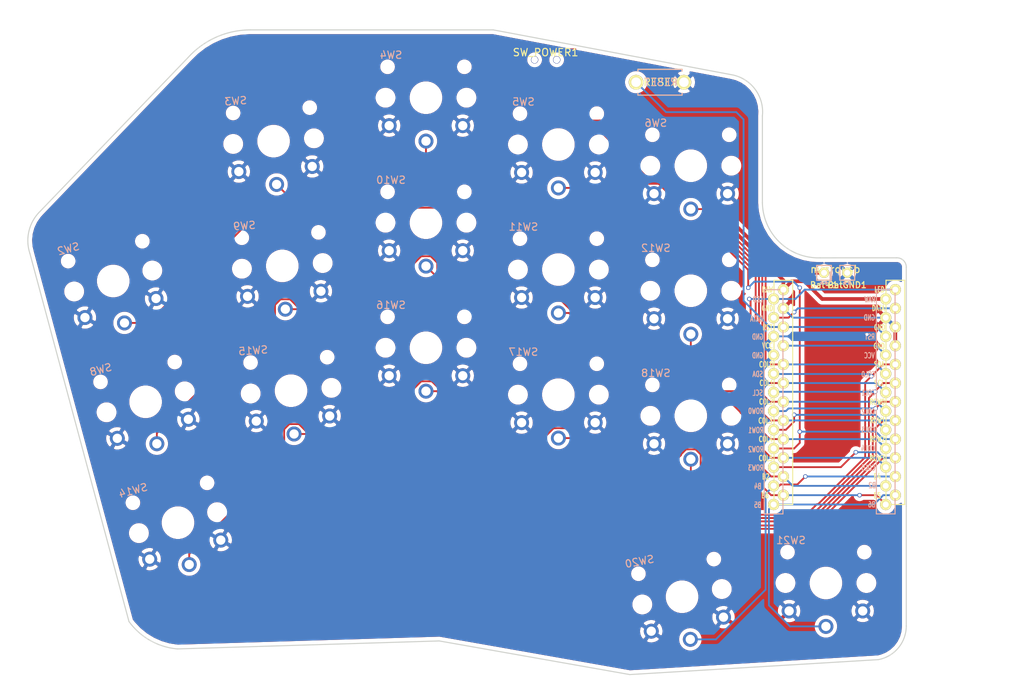
<source format=kicad_pcb>
(kicad_pcb (version 20171130) (host pcbnew 5.1.9)
  (title_block (title hypergolic) (date 2020-12-26) (rev 0.1) (company broomlabs))
  (layers (0 F.Cu signal) (31 B.Cu signal) (34 B.Paste user hide) (35 F.Paste user) (36 B.SilkS user hide) (37 F.SilkS user) (38 B.Mask user) (39 F.Mask user) (44 Edge.Cuts user))
  (net 0 "")
  (net 1 reset)
  (net 2 BT+)
  (net 3 gnd)
  (net 4 vcc)
  (net 5 Switch18)
  (net 6 Switch1)
  (net 7 Switch2)
  (net 8 Switch3)
  (net 9 Switch4)
  (net 10 Switch5)
  (net 11 Switch6)
  (net 12 Switch7)
  (net 13 Switch8)
  (net 14 Switch9)
  (net 15 Switch10)
  (net 16 Switch11)
  (net 17 Switch12)
  (net 18 Switch13)
  (net 19 Switch14)
  (net 20 Switch15)
  (net 21 Switch16)
  (net 22 Switch17)
  (net 23 "Net-(SW_POWER1-Pad1)")
  (net 24 raw)
  (module Kailh:SW_PG1350_rev_DPB (layer F.Cu) (at 116 48.92)
    (fp_text reference SW12 hide)
    (fp_text value SW_Push hide)
    (fp_text user %R (at -4.76 -5.8) (layer B.SilkS) (effects (justify mirror)))
    (pad "" np_thru_hole circle (at -5.5 0) (size 1.7018 1.7018) (drill 1.7018) (layers *.Cu *.Mask))
    (pad "" np_thru_hole circle (at 5.5 0) (size 1.7018 1.7018) (drill 1.7018) (layers *.Cu *.Mask))
    (pad "" np_thru_hole circle (at 5.22 -4.2) (size 0.9906 0.9906) (drill 0.9906) (layers *.Cu *.Mask))
    (pad 1 thru_hole circle (at 0 5.9) (size 2.032 2.032) (drill 1.27) (layers *.Cu *.Mask) (net 15 Switch10))
    (pad 2 thru_hole circle (at -5 3.8) (size 2.032 2.032) (drill 1.27) (layers *.Cu *.Mask) (net 3 gnd))
    (pad "" np_thru_hole circle (at 0 0) (size 3.429 3.429) (drill 3.429) (layers *.Cu *.Mask))
    (pad 2 thru_hole circle (at 5 3.8) (size 2.032 2.032) (drill 1.27) (layers *.Cu *.Mask) (net 3 gnd))
    (pad "" np_thru_hole circle (at -5.22 -4.2) (size 0.9906 0.9906) (drill 0.9906) (layers *.Cu *.Mask))
  )
  (module kbd:ProMicro_v2 (layer F.Cu) (at 136.144 63.246)
    (fp_text reference U1 hide)
    (fp_text value ProMicro-kbd hide)
    (fp_text user microusb (at -0.5 -17.25) (layer F.SilkS))
    (fp_text user | (at -1.2065 -16.256) (layer B.SilkS) (effects (justify mirror)))
    (fp_text user RAW (at -9.7155 -14.478) (layer F.SilkS) (effects (font (size 0.75 0.5) (thickness 0.125))))
    (fp_text user LED (at 5.5 -14.478) (layer F.SilkS) (effects (font (size 0.75 0.5) (thickness 0.125))))
    (fp_text user GND (at -9.7155 -11.938) (layer F.SilkS) (effects (font (size 0.75 0.5) (thickness 0.125))))
    (fp_text user DATA (at 5.35 -11.95) (layer F.SilkS) (effects (font (size 0.75 0.5) (thickness 0.125))))
    (fp_text user RST (at -9.7155 -9.3345) (layer F.SilkS) (effects (font (size 0.75 0.5) (thickness 0.125))))
    (fp_text user GND (at 5.5245 -9.3345) (layer F.SilkS) (effects (font (size 0.75 0.5) (thickness 0.125))))
    (fp_text user VCC (at -9.7155 -6.858) (layer F.SilkS) (effects (font (size 0.75 0.5) (thickness 0.125))))
    (fp_text user GND (at 5.461 -6.7945) (layer F.SilkS) (effects (font (size 0.75 0.5) (thickness 0.125))))
    (fp_text user COL3 (at -10 3.35) (layer F.SilkS) (effects (font (size 0.75 0.5) (thickness 0.125))))
    (fp_text user ROW0 (at 5.2 0.8) (layer F.SilkS) (effects (font (size 0.75 0.5) (thickness 0.125))))
    (fp_text user COL2 (at -9.9 0.762) (layer F.SilkS) (effects (font (size 0.75 0.5) (thickness 0.125))))
    (fp_text user SCL (at 5.461 -1.778) (layer F.SilkS) (effects (font (size 0.75 0.5) (thickness 0.125))))
    (fp_text user COL1 (at -9.85 -1.778) (layer F.SilkS) (effects (font (size 0.75 0.5) (thickness 0.125))))
    (fp_text user SDA (at 5.461 -4.318) (layer F.SilkS) (effects (font (size 0.75 0.5) (thickness 0.125))))
    (fp_text user COL0 (at -9.9 -4.3) (layer F.SilkS) (effects (font (size 0.75 0.5) (thickness 0.125))))
    (fp_text user B6 (at -10.05 13.5) (layer F.SilkS) (effects (font (size 0.75 0.5) (thickness 0.125))))
    (fp_text user B5 (at 5.2 13.5255) (layer F.SilkS) (effects (font (size 0.75 0.5) (thickness 0.125))))
    (fp_text user B4 (at 5.2 10.922) (layer F.SilkS) (effects (font (size 0.75 0.5) (thickness 0.125))))
    (fp_text user B2 (at -9.95 10.95) (layer F.SilkS) (effects (font (size 0.75 0.5) (thickness 0.125))))
    (fp_text user ROW3 (at 5.2 8.4455) (layer F.SilkS) (effects (font (size 0.75 0.5) (thickness 0.125))))
    (fp_text user COL5 (at -9.95 8.4455) (layer F.SilkS) (effects (font (size 0.75 0.5) (thickness 0.125))))
    (fp_text user ROW2 (at 5.2 5.85) (layer F.SilkS) (effects (font (size 0.75 0.5) (thickness 0.125))))
    (fp_text user COL4 (at -9.95 5.85) (layer F.SilkS) (effects (font (size 0.75 0.5) (thickness 0.125))))
    (fp_text user ROW1 (at 5.25 3.302) (layer F.SilkS) (effects (font (size 0.75 0.5) (thickness 0.125))))
    (fp_text user ROW1 (at -11.3 4.6355) (layer B.SilkS) (effects (font (size 0.75 0.5) (thickness 0.125)) (justify mirror)))
    (fp_text user COL4 (at 3.95 7.112) (layer B.SilkS) (effects (font (size 0.75 0.5) (thickness 0.125)) (justify mirror)))
    (fp_text user ROW2 (at -11.3 7.239) (layer B.SilkS) (effects (font (size 0.75 0.5) (thickness 0.125)) (justify mirror)))
    (fp_text user COL5 (at 4 9.75) (layer B.SilkS) (effects (font (size 0.75 0.5) (thickness 0.125)) (justify mirror)))
    (fp_text user ROW3 (at -11.3 9.75) (layer B.SilkS) (effects (font (size 0.75 0.5) (thickness 0.125)) (justify mirror)))
    (fp_text user B2 (at 4.5085 12.1285) (layer B.SilkS) (effects (font (size 0.75 0.5) (thickness 0.125)) (justify mirror)))
    (fp_text user B4 (at -11.049 12.2555) (layer B.SilkS) (effects (font (size 0.75 0.5) (thickness 0.125)) (justify mirror)))
    (fp_text user B5 (at -11.049 14.7955) (layer B.SilkS) (effects (font (size 0.75 0.5) (thickness 0.125)) (justify mirror)))
    (fp_text user B6 (at 4.445 14.732) (layer B.SilkS) (effects (font (size 0.75 0.5) (thickness 0.125)) (justify mirror)))
    (fp_text user COL0 (at 4 -2.95) (layer B.SilkS) (effects (font (size 0.75 0.5) (thickness 0.125)) (justify mirror)))
    (fp_text user SDA (at -11.049 -2.9845) (layer B.SilkS) (effects (font (size 0.75 0.5) (thickness 0.125)) (justify mirror)))
    (fp_text user COL1 (at 4 -0.4445) (layer B.SilkS) (effects (font (size 0.75 0.5) (thickness 0.125)) (justify mirror)))
    (fp_text user SCL (at -11.049 -0.4445) (layer B.SilkS) (effects (font (size 0.75 0.5) (thickness 0.125)) (justify mirror)))
    (fp_text user COL2 (at 4 2.1) (layer B.SilkS) (effects (font (size 0.75 0.5) (thickness 0.125)) (justify mirror)))
    (fp_text user ROW0 (at -11.3 2.032) (layer B.SilkS) (effects (font (size 0.75 0.5) (thickness 0.125)) (justify mirror)))
    (fp_text user COL3 (at 4 4.6) (layer B.SilkS) (effects (font (size 0.75 0.5) (thickness 0.125)) (justify mirror)))
    (fp_text user GND (at -11.049 -5.5245) (layer B.SilkS) (effects (font (size 0.75 0.5) (thickness 0.125)) (justify mirror)))
    (fp_text user VCC (at 4.1275 -5.5245) (layer B.SilkS) (effects (font (size 0.75 0.5) (thickness 0.125)) (justify mirror)))
    (fp_text user GND (at -11.049 -8.0645) (layer B.SilkS) (effects (font (size 0.75 0.5) (thickness 0.125)) (justify mirror)))
    (fp_text user RST (at 4.191 -8.0645) (layer B.SilkS) (effects (font (size 0.75 0.5) (thickness 0.125)) (justify mirror)))
    (fp_text user DATA (at -11.2 -10.5) (layer B.SilkS) (effects (font (size 0.75 0.5) (thickness 0.125)) (justify mirror)))
    (fp_text user GND (at 4.1275 -10.668) (layer B.SilkS) (effects (font (size 0.75 0.5) (thickness 0.125)) (justify mirror)))
    (fp_text user LED (at -11.049 -13.1445) (layer B.SilkS) (effects (font (size 0.75 0.5) (thickness 0.125)) (justify mirror)))
    (fp_text user RAW (at 4.191 -13.1445) (layer B.SilkS) (effects (font (size 0.75 0.5) (thickness 0.125)) (justify mirror)))
    (pad 24 thru_hole circle (at 6.35 -13.208) (size 1.524 1.524) (drill 0.8128) (layers *.Cu *.Mask F.SilkS) (net 24 raw))
    (pad 23 thru_hole circle (at 6.35 -10.668) (size 1.524 1.524) (drill 0.8128) (layers *.Cu *.Mask F.SilkS) (net 3 gnd))
    (pad 22 thru_hole circle (at 6.35 -8.128) (size 1.524 1.524) (drill 0.8128) (layers *.Cu *.Mask F.SilkS) (net 1 reset))
    (pad 21 thru_hole circle (at 6.35 -5.588) (size 1.524 1.524) (drill 0.8128) (layers *.Cu *.Mask F.SilkS) (net 4 vcc))
    (pad 20 thru_hole circle (at 6.35 -3.048) (size 1.524 1.524) (drill 0.8128) (layers *.Cu *.Mask F.SilkS) (net 10 Switch5))
    (pad 19 thru_hole circle (at 6.35 -0.508) (size 1.524 1.524) (drill 0.8128) (layers *.Cu *.Mask F.SilkS) (net 9 Switch4))
    (pad 18 thru_hole circle (at 6.35 2.032) (size 1.524 1.524) (drill 0.8128) (layers *.Cu *.Mask F.SilkS) (net 8 Switch3))
    (pad 17 thru_hole circle (at 6.35 4.572) (size 1.524 1.524) (drill 0.8128) (layers *.Cu *.Mask F.SilkS) (net 7 Switch2))
    (pad 16 thru_hole circle (at 6.35 7.112) (size 1.524 1.524) (drill 0.8128) (layers *.Cu *.Mask F.SilkS) (net 11 Switch6))
    (pad 15 thru_hole circle (at 6.35 9.652) (size 1.524 1.524) (drill 0.8128) (layers *.Cu *.Mask F.SilkS) (net 12 Switch7))
    (pad 14 thru_hole circle (at 6.35 12.192) (size 1.524 1.524) (drill 0.8128) (layers *.Cu *.Mask F.SilkS) (net 13 Switch8))
    (pad 13 thru_hole circle (at 6.35 14.732) (size 1.524 1.524) (drill 0.8128) (layers *.Cu *.Mask F.SilkS) (net 14 Switch9))
    (pad 12 thru_hole circle (at -8.89 14.732) (size 1.524 1.524) (drill 0.8128) (layers *.Cu *.Mask F.SilkS) (net 22 Switch17))
    (pad 11 thru_hole circle (at -8.89 12.192) (size 1.524 1.524) (drill 0.8128) (layers *.Cu *.Mask F.SilkS) (net 21 Switch16))
    (pad 10 thru_hole circle (at -8.89 9.652) (size 1.524 1.524) (drill 0.8128) (layers *.Cu *.Mask F.SilkS) (net 20 Switch15))
    (pad 9 thru_hole circle (at -8.89 7.112) (size 1.524 1.524) (drill 0.8128) (layers *.Cu *.Mask F.SilkS) (net 6 Switch1))
    (pad 8 thru_hole circle (at -8.89 4.572) (size 1.524 1.524) (drill 0.8128) (layers *.Cu *.Mask F.SilkS) (net 19 Switch14))
    (pad 7 thru_hole circle (at -8.89 2.032) (size 1.524 1.524) (drill 0.8128) (layers *.Cu *.Mask F.SilkS) (net 18 Switch13))
    (pad 6 thru_hole circle (at -8.89 -0.508) (size 1.524 1.524) (drill 0.8128) (layers *.Cu *.Mask F.SilkS) (net 17 Switch12))
    (pad 5 thru_hole circle (at -8.89 -3.048) (size 1.524 1.524) (drill 0.8128) (layers *.Cu *.Mask F.SilkS) (net 16 Switch11))
    (pad 4 thru_hole circle (at -8.89 -5.588) (size 1.524 1.524) (drill 0.8128) (layers *.Cu *.Mask F.SilkS) (net 3 gnd))
    (pad 3 thru_hole circle (at -8.89 -8.128) (size 1.524 1.524) (drill 0.8128) (layers *.Cu *.Mask F.SilkS) (net 3 gnd))
    (pad 2 thru_hole circle (at -8.89 -10.668) (size 1.524 1.524) (drill 0.8128) (layers *.Cu *.Mask F.SilkS) (net 5 Switch18))
    (pad 1 thru_hole circle (at -8.89 -13.208) (size 1.524 1.524) (drill 0.8128) (layers *.Cu *.Mask F.SilkS) (net 15 Switch10))
    (pad 1 thru_hole circle (at 7.6564 -14.478) (size 1.524 1.524) (drill 0.8128) (layers *.Cu *.Mask F.SilkS) (net 15 Switch10))
    (pad 2 thru_hole circle (at 7.6564 -11.938) (size 1.524 1.524) (drill 0.8128) (layers *.Cu *.Mask F.SilkS) (net 5 Switch18))
    (pad 3 thru_hole circle (at 7.6564 -9.398) (size 1.524 1.524) (drill 0.8128) (layers *.Cu *.Mask F.SilkS) (net 3 gnd))
    (pad 4 thru_hole circle (at 7.6564 -6.858) (size 1.524 1.524) (drill 0.8128) (layers *.Cu *.Mask F.SilkS) (net 3 gnd))
    (pad 5 thru_hole circle (at 7.6564 -4.318) (size 1.524 1.524) (drill 0.8128) (layers *.Cu *.Mask F.SilkS) (net 16 Switch11))
    (pad 6 thru_hole circle (at 7.6564 -1.778) (size 1.524 1.524) (drill 0.8128) (layers *.Cu *.Mask F.SilkS) (net 17 Switch12))
    (pad 7 thru_hole circle (at 7.6564 0.762) (size 1.524 1.524) (drill 0.8128) (layers *.Cu *.Mask F.SilkS) (net 18 Switch13))
    (pad 8 thru_hole circle (at 7.6564 3.302) (size 1.524 1.524) (drill 0.8128) (layers *.Cu *.Mask F.SilkS) (net 19 Switch14))
    (pad 9 thru_hole circle (at 7.6564 5.842) (size 1.524 1.524) (drill 0.8128) (layers *.Cu *.Mask F.SilkS) (net 6 Switch1))
    (pad 10 thru_hole circle (at 7.6564 8.382) (size 1.524 1.524) (drill 0.8128) (layers *.Cu *.Mask F.SilkS) (net 20 Switch15))
    (pad 11 thru_hole circle (at 7.6564 10.922) (size 1.524 1.524) (drill 0.8128) (layers *.Cu *.Mask F.SilkS) (net 21 Switch16))
    (pad 12 thru_hole circle (at 7.6564 13.462) (size 1.524 1.524) (drill 0.8128) (layers *.Cu *.Mask F.SilkS) (net 22 Switch17))
    (pad 13 thru_hole circle (at -7.5636 13.462) (size 1.524 1.524) (drill 0.8128) (layers *.Cu *.Mask F.SilkS) (net 14 Switch9))
    (pad 14 thru_hole circle (at -7.5636 10.922) (size 1.524 1.524) (drill 0.8128) (layers *.Cu *.Mask F.SilkS) (net 13 Switch8))
    (pad 15 thru_hole circle (at -7.5636 8.382) (size 1.524 1.524) (drill 0.8128) (layers *.Cu *.Mask F.SilkS) (net 12 Switch7))
    (pad 16 thru_hole circle (at -7.5636 5.842) (size 1.524 1.524) (drill 0.8128) (layers *.Cu *.Mask F.SilkS) (net 11 Switch6))
    (pad 17 thru_hole circle (at -7.5636 3.302) (size 1.524 1.524) (drill 0.8128) (layers *.Cu *.Mask F.SilkS) (net 7 Switch2))
    (pad 18 thru_hole circle (at -7.5636 0.762) (size 1.524 1.524) (drill 0.8128) (layers *.Cu *.Mask F.SilkS) (net 8 Switch3))
    (pad 19 thru_hole circle (at -7.5636 -1.778) (size 1.524 1.524) (drill 0.8128) (layers *.Cu *.Mask F.SilkS) (net 9 Switch4))
    (pad 20 thru_hole circle (at -7.5636 -4.318) (size 1.524 1.524) (drill 0.8128) (layers *.Cu *.Mask F.SilkS) (net 10 Switch5))
    (pad 21 thru_hole circle (at -7.5636 -6.858) (size 1.524 1.524) (drill 0.8128) (layers *.Cu *.Mask F.SilkS) (net 4 vcc))
    (pad 22 thru_hole circle (at -7.5636 -9.398) (size 1.524 1.524) (drill 0.8128) (layers *.Cu *.Mask F.SilkS) (net 1 reset))
    (pad 23 thru_hole circle (at -7.5636 -11.938) (size 1.524 1.524) (drill 0.8128) (layers *.Cu *.Mask F.SilkS) (net 3 gnd))
    (pad 24 thru_hole circle (at -7.5636 -14.478) (size 1.524 1.524) (drill 0.8128) (layers *.Cu *.Mask F.SilkS) (net 24 raw))
  )
  (module Kailh:SPDT_C128955 (layer F.Cu) (at 96.266 17.526)
    (fp_text reference SW_POWER1 (at 0 -1) (layer F.SilkS))
    (fp_text value SW_SPDT)
    (pad 0 smd rect (at -3.7 -1.1) (size 0.9 0.9) (layers F.Cu F.Paste F.Mask))
    (pad 0 smd rect (at -3.7 1.1) (size 0.9 0.9) (layers F.Cu F.Paste F.Mask))
    (pad 0 smd rect (at 3.7 1.1) (size 0.9 0.9) (layers F.Cu F.Paste F.Mask))
    (pad 0 smd rect (at 3.7 -1.1) (size 0.9 0.9) (layers F.Cu F.Paste F.Mask))
    (pad 1 smd rect (at 2.25 2.075) (size 0.9 1.25) (layers F.Cu F.Paste F.Mask) (net 23 "Net-(SW_POWER1-Pad1)"))
    (pad 3 smd rect (at -2.25 2.075) (size 0.9 1.25) (layers F.Cu F.Paste F.Mask) (net 24 raw))
    (pad 2 smd rect (at -0.75 2.075) (size 0.9 1.25) (layers F.Cu F.Paste F.Mask) (net 2 BT+))
    (pad "" np_thru_hole circle (at -1.5 0) (size 1 1) (drill 0.9) (layers *.Cu *.Mask))
    (pad "" np_thru_hole circle (at 1.5 0) (size 1 1) (drill 0.9) (layers *.Cu *.Mask))
  )
  (module Kailh:SW_PG1350_rev_DPB (layer F.Cu) (at 134.366 88.646)
    (fp_text reference SW21 hide)
    (fp_text value SW_Push hide)
    (fp_text user %R (at -4.76 -5.8) (layer B.SilkS) (effects (justify mirror)))
    (pad "" np_thru_hole circle (at -5.5 0) (size 1.7018 1.7018) (drill 1.7018) (layers *.Cu *.Mask))
    (pad "" np_thru_hole circle (at 5.5 0) (size 1.7018 1.7018) (drill 1.7018) (layers *.Cu *.Mask))
    (pad "" np_thru_hole circle (at 5.22 -4.2) (size 0.9906 0.9906) (drill 0.9906) (layers *.Cu *.Mask))
    (pad 1 thru_hole circle (at 0 5.9) (size 2.032 2.032) (drill 1.27) (layers *.Cu *.Mask) (net 22 Switch17))
    (pad 2 thru_hole circle (at -5 3.8) (size 2.032 2.032) (drill 1.27) (layers *.Cu *.Mask) (net 3 gnd))
    (pad "" np_thru_hole circle (at 0 0) (size 3.429 3.429) (drill 3.429) (layers *.Cu *.Mask))
    (pad 2 thru_hole circle (at 5 3.8) (size 2.032 2.032) (drill 1.27) (layers *.Cu *.Mask) (net 3 gnd))
    (pad "" np_thru_hole circle (at -5.22 -4.2) (size 0.9906 0.9906) (drill 0.9906) (layers *.Cu *.Mask))
  )
  (module Kailh:SW_PG1350_rev_DPB (layer F.Cu) (at 114.808 90.514 11)
    (fp_text reference SW20 hide)
    (fp_text value SW_Push hide)
    (fp_text user %R (at -4.76 -5.8 11) (layer B.SilkS) (effects (justify mirror)))
    (pad "" np_thru_hole circle (at -5.5 0 11) (size 1.7018 1.7018) (drill 1.7018) (layers *.Cu *.Mask))
    (pad "" np_thru_hole circle (at 5.5 0 11) (size 1.7018 1.7018) (drill 1.7018) (layers *.Cu *.Mask))
    (pad "" np_thru_hole circle (at 5.22 -4.2 11) (size 0.9906 0.9906) (drill 0.9906) (layers *.Cu *.Mask))
    (pad 1 thru_hole circle (at 0 5.9 11) (size 2.032 2.032) (drill 1.27) (layers *.Cu *.Mask) (net 21 Switch16))
    (pad 2 thru_hole circle (at -5 3.8 11) (size 2.032 2.032) (drill 1.27) (layers *.Cu *.Mask) (net 3 gnd))
    (pad "" np_thru_hole circle (at 0 0 11) (size 3.429 3.429) (drill 3.429) (layers *.Cu *.Mask))
    (pad 2 thru_hole circle (at 5 3.8 11) (size 2.032 2.032) (drill 1.27) (layers *.Cu *.Mask) (net 3 gnd))
    (pad "" np_thru_hole circle (at -5.22 -4.2 11) (size 0.9906 0.9906) (drill 0.9906) (layers *.Cu *.Mask))
  )
  (module Kailh:SW_PG1350_rev_DPB (layer F.Cu) (at 116 65.92)
    (fp_text reference SW18 hide)
    (fp_text value SW_Push hide)
    (fp_text user %R (at -4.76 -5.8) (layer B.SilkS) (effects (justify mirror)))
    (pad "" np_thru_hole circle (at -5.5 0) (size 1.7018 1.7018) (drill 1.7018) (layers *.Cu *.Mask))
    (pad "" np_thru_hole circle (at 5.5 0) (size 1.7018 1.7018) (drill 1.7018) (layers *.Cu *.Mask))
    (pad "" np_thru_hole circle (at 5.22 -4.2) (size 0.9906 0.9906) (drill 0.9906) (layers *.Cu *.Mask))
    (pad 1 thru_hole circle (at 0 5.9) (size 2.032 2.032) (drill 1.27) (layers *.Cu *.Mask) (net 20 Switch15))
    (pad 2 thru_hole circle (at -5 3.8) (size 2.032 2.032) (drill 1.27) (layers *.Cu *.Mask) (net 3 gnd))
    (pad "" np_thru_hole circle (at 0 0) (size 3.429 3.429) (drill 3.429) (layers *.Cu *.Mask))
    (pad 2 thru_hole circle (at 5 3.8) (size 2.032 2.032) (drill 1.27) (layers *.Cu *.Mask) (net 3 gnd))
    (pad "" np_thru_hole circle (at -5.22 -4.2) (size 0.9906 0.9906) (drill 0.9906) (layers *.Cu *.Mask))
  )
  (module Kailh:SW_PG1350_rev_DPB (layer F.Cu) (at 98 63.045)
    (fp_text reference SW17 hide)
    (fp_text value SW_Push hide)
    (fp_text user %R (at -4.76 -5.8) (layer B.SilkS) (effects (justify mirror)))
    (pad "" np_thru_hole circle (at -5.5 0) (size 1.7018 1.7018) (drill 1.7018) (layers *.Cu *.Mask))
    (pad "" np_thru_hole circle (at 5.5 0) (size 1.7018 1.7018) (drill 1.7018) (layers *.Cu *.Mask))
    (pad "" np_thru_hole circle (at 5.22 -4.2) (size 0.9906 0.9906) (drill 0.9906) (layers *.Cu *.Mask))
    (pad 1 thru_hole circle (at 0 5.9) (size 2.032 2.032) (drill 1.27) (layers *.Cu *.Mask) (net 19 Switch14))
    (pad 2 thru_hole circle (at -5 3.8) (size 2.032 2.032) (drill 1.27) (layers *.Cu *.Mask) (net 3 gnd))
    (pad "" np_thru_hole circle (at 0 0) (size 3.429 3.429) (drill 3.429) (layers *.Cu *.Mask))
    (pad 2 thru_hole circle (at 5 3.8) (size 2.032 2.032) (drill 1.27) (layers *.Cu *.Mask) (net 3 gnd))
    (pad "" np_thru_hole circle (at -5.22 -4.2) (size 0.9906 0.9906) (drill 0.9906) (layers *.Cu *.Mask))
  )
  (module Kailh:SW_PG1350_rev_DPB (layer F.Cu) (at 80 56.67)
    (fp_text reference SW16 hide)
    (fp_text value SW_Push hide)
    (fp_text user %R (at -4.76 -5.8) (layer B.SilkS) (effects (justify mirror)))
    (pad "" np_thru_hole circle (at -5.5 0) (size 1.7018 1.7018) (drill 1.7018) (layers *.Cu *.Mask))
    (pad "" np_thru_hole circle (at 5.5 0) (size 1.7018 1.7018) (drill 1.7018) (layers *.Cu *.Mask))
    (pad "" np_thru_hole circle (at 5.22 -4.2) (size 0.9906 0.9906) (drill 0.9906) (layers *.Cu *.Mask))
    (pad 1 thru_hole circle (at 0 5.9) (size 2.032 2.032) (drill 1.27) (layers *.Cu *.Mask) (net 18 Switch13))
    (pad 2 thru_hole circle (at -5 3.8) (size 2.032 2.032) (drill 1.27) (layers *.Cu *.Mask) (net 3 gnd))
    (pad "" np_thru_hole circle (at 0 0) (size 3.429 3.429) (drill 3.429) (layers *.Cu *.Mask))
    (pad 2 thru_hole circle (at 5 3.8) (size 2.032 2.032) (drill 1.27) (layers *.Cu *.Mask) (net 3 gnd))
    (pad "" np_thru_hole circle (at -5.22 -4.2) (size 0.9906 0.9906) (drill 0.9906) (layers *.Cu *.Mask))
  )
  (module Kailh:SW_PG1350_rev_DPB (layer F.Cu) (at 61.6573 62.5037 4)
    (fp_text reference SW15 hide)
    (fp_text value SW_Push hide)
    (fp_text user %R (at -4.76 -5.8 4) (layer B.SilkS) (effects (justify mirror)))
    (pad "" np_thru_hole circle (at -5.5 0 4) (size 1.7018 1.7018) (drill 1.7018) (layers *.Cu *.Mask))
    (pad "" np_thru_hole circle (at 5.5 0 4) (size 1.7018 1.7018) (drill 1.7018) (layers *.Cu *.Mask))
    (pad "" np_thru_hole circle (at 5.22 -4.2 4) (size 0.9906 0.9906) (drill 0.9906) (layers *.Cu *.Mask))
    (pad 1 thru_hole circle (at 0 5.9 4) (size 2.032 2.032) (drill 1.27) (layers *.Cu *.Mask) (net 17 Switch12))
    (pad 2 thru_hole circle (at -5 3.8 4) (size 2.032 2.032) (drill 1.27) (layers *.Cu *.Mask) (net 3 gnd))
    (pad "" np_thru_hole circle (at 0 0 4) (size 3.429 3.429) (drill 3.429) (layers *.Cu *.Mask))
    (pad 2 thru_hole circle (at 5 3.8 4) (size 2.032 2.032) (drill 1.27) (layers *.Cu *.Mask) (net 3 gnd))
    (pad "" np_thru_hole circle (at -5.22 -4.2 4) (size 0.9906 0.9906) (drill 0.9906) (layers *.Cu *.Mask))
  )
  (module Kailh:SW_PG1350_rev_DPB (layer F.Cu) (at 46.2925 80.4417 15)
    (fp_text reference SW14 hide)
    (fp_text value SW_Push hide)
    (fp_text user %R (at -4.76 -5.8 15) (layer B.SilkS) (effects (justify mirror)))
    (pad "" np_thru_hole circle (at -5.5 0 15) (size 1.7018 1.7018) (drill 1.7018) (layers *.Cu *.Mask))
    (pad "" np_thru_hole circle (at 5.5 0 15) (size 1.7018 1.7018) (drill 1.7018) (layers *.Cu *.Mask))
    (pad "" np_thru_hole circle (at 5.22 -4.2 15) (size 0.9906 0.9906) (drill 0.9906) (layers *.Cu *.Mask))
    (pad 1 thru_hole circle (at 0 5.9 15) (size 2.032 2.032) (drill 1.27) (layers *.Cu *.Mask) (net 16 Switch11))
    (pad 2 thru_hole circle (at -5 3.8 15) (size 2.032 2.032) (drill 1.27) (layers *.Cu *.Mask) (net 3 gnd))
    (pad "" np_thru_hole circle (at 0 0 15) (size 3.429 3.429) (drill 3.429) (layers *.Cu *.Mask))
    (pad 2 thru_hole circle (at 5 3.8 15) (size 2.032 2.032) (drill 1.27) (layers *.Cu *.Mask) (net 3 gnd))
    (pad "" np_thru_hole circle (at -5.22 -4.2 15) (size 0.9906 0.9906) (drill 0.9906) (layers *.Cu *.Mask))
  )
  (module Kailh:SW_PG1350_rev_DPB (layer F.Cu) (at 98 46.04)
    (fp_text reference SW11 hide)
    (fp_text value SW_Push hide)
    (fp_text user %R (at -4.76 -5.8) (layer B.SilkS) (effects (justify mirror)))
    (pad "" np_thru_hole circle (at -5.5 0) (size 1.7018 1.7018) (drill 1.7018) (layers *.Cu *.Mask))
    (pad "" np_thru_hole circle (at 5.5 0) (size 1.7018 1.7018) (drill 1.7018) (layers *.Cu *.Mask))
    (pad "" np_thru_hole circle (at 5.22 -4.2) (size 0.9906 0.9906) (drill 0.9906) (layers *.Cu *.Mask))
    (pad 1 thru_hole circle (at 0 5.9) (size 2.032 2.032) (drill 1.27) (layers *.Cu *.Mask) (net 14 Switch9))
    (pad 2 thru_hole circle (at -5 3.8) (size 2.032 2.032) (drill 1.27) (layers *.Cu *.Mask) (net 3 gnd))
    (pad "" np_thru_hole circle (at 0 0) (size 3.429 3.429) (drill 3.429) (layers *.Cu *.Mask))
    (pad 2 thru_hole circle (at 5 3.8) (size 2.032 2.032) (drill 1.27) (layers *.Cu *.Mask) (net 3 gnd))
    (pad "" np_thru_hole circle (at -5.22 -4.2) (size 0.9906 0.9906) (drill 0.9906) (layers *.Cu *.Mask))
  )
  (module Kailh:SW_PG1350_rev_DPB (layer F.Cu) (at 80 39.67)
    (fp_text reference SW10 hide)
    (fp_text value SW_Push hide)
    (fp_text user %R (at -4.76 -5.8) (layer B.SilkS) (effects (justify mirror)))
    (pad "" np_thru_hole circle (at -5.5 0) (size 1.7018 1.7018) (drill 1.7018) (layers *.Cu *.Mask))
    (pad "" np_thru_hole circle (at 5.5 0) (size 1.7018 1.7018) (drill 1.7018) (layers *.Cu *.Mask))
    (pad "" np_thru_hole circle (at 5.22 -4.2) (size 0.9906 0.9906) (drill 0.9906) (layers *.Cu *.Mask))
    (pad 1 thru_hole circle (at 0 5.9) (size 2.032 2.032) (drill 1.27) (layers *.Cu *.Mask) (net 13 Switch8))
    (pad 2 thru_hole circle (at -5 3.8) (size 2.032 2.032) (drill 1.27) (layers *.Cu *.Mask) (net 3 gnd))
    (pad "" np_thru_hole circle (at 0 0) (size 3.429 3.429) (drill 3.429) (layers *.Cu *.Mask))
    (pad 2 thru_hole circle (at 5 3.8) (size 2.032 2.032) (drill 1.27) (layers *.Cu *.Mask) (net 3 gnd))
    (pad "" np_thru_hole circle (at -5.22 -4.2) (size 0.9906 0.9906) (drill 0.9906) (layers *.Cu *.Mask))
  )
  (module Kailh:SW_PG1350_rev_DPB (layer F.Cu) (at 60.4711 45.5402 4)
    (fp_text reference SW9 hide)
    (fp_text value SW_Push hide)
    (fp_text user %R (at -4.76 -5.8 4) (layer B.SilkS) (effects (justify mirror)))
    (pad "" np_thru_hole circle (at -5.5 0 4) (size 1.7018 1.7018) (drill 1.7018) (layers *.Cu *.Mask))
    (pad "" np_thru_hole circle (at 5.5 0 4) (size 1.7018 1.7018) (drill 1.7018) (layers *.Cu *.Mask))
    (pad "" np_thru_hole circle (at 5.22 -4.2 4) (size 0.9906 0.9906) (drill 0.9906) (layers *.Cu *.Mask))
    (pad 1 thru_hole circle (at 0 5.9 4) (size 2.032 2.032) (drill 1.27) (layers *.Cu *.Mask) (net 12 Switch7))
    (pad 2 thru_hole circle (at -5 3.8 4) (size 2.032 2.032) (drill 1.27) (layers *.Cu *.Mask) (net 3 gnd))
    (pad "" np_thru_hole circle (at 0 0 4) (size 3.429 3.429) (drill 3.429) (layers *.Cu *.Mask))
    (pad 2 thru_hole circle (at 5 3.8 4) (size 2.032 2.032) (drill 1.27) (layers *.Cu *.Mask) (net 3 gnd))
    (pad "" np_thru_hole circle (at -5.22 -4.2 4) (size 0.9906 0.9906) (drill 0.9906) (layers *.Cu *.Mask))
  )
  (module Kailh:SW_PG1350_rev_DPB (layer F.Cu) (at 41.8913 64.0161 15)
    (fp_text reference SW8 hide)
    (fp_text value SW_Push hide)
    (fp_text user %R (at -4.76 -5.8 15) (layer B.SilkS) (effects (justify mirror)))
    (pad "" np_thru_hole circle (at -5.5 0 15) (size 1.7018 1.7018) (drill 1.7018) (layers *.Cu *.Mask))
    (pad "" np_thru_hole circle (at 5.5 0 15) (size 1.7018 1.7018) (drill 1.7018) (layers *.Cu *.Mask))
    (pad "" np_thru_hole circle (at 5.22 -4.2 15) (size 0.9906 0.9906) (drill 0.9906) (layers *.Cu *.Mask))
    (pad 1 thru_hole circle (at 0 5.9 15) (size 2.032 2.032) (drill 1.27) (layers *.Cu *.Mask) (net 11 Switch6))
    (pad 2 thru_hole circle (at -5 3.8 15) (size 2.032 2.032) (drill 1.27) (layers *.Cu *.Mask) (net 3 gnd))
    (pad "" np_thru_hole circle (at 0 0 15) (size 3.429 3.429) (drill 3.429) (layers *.Cu *.Mask))
    (pad 2 thru_hole circle (at 5 3.8 15) (size 2.032 2.032) (drill 1.27) (layers *.Cu *.Mask) (net 3 gnd))
    (pad "" np_thru_hole circle (at -5.22 -4.2 15) (size 0.9906 0.9906) (drill 0.9906) (layers *.Cu *.Mask))
  )
  (module Kailh:SW_PG1350_rev_DPB (layer F.Cu) (at 116 31.92)
    (fp_text reference SW6 hide)
    (fp_text value SW_Push hide)
    (fp_text user %R (at -4.76 -5.8) (layer B.SilkS) (effects (justify mirror)))
    (pad "" np_thru_hole circle (at -5.5 0) (size 1.7018 1.7018) (drill 1.7018) (layers *.Cu *.Mask))
    (pad "" np_thru_hole circle (at 5.5 0) (size 1.7018 1.7018) (drill 1.7018) (layers *.Cu *.Mask))
    (pad "" np_thru_hole circle (at 5.22 -4.2) (size 0.9906 0.9906) (drill 0.9906) (layers *.Cu *.Mask))
    (pad 1 thru_hole circle (at 0 5.9) (size 2.032 2.032) (drill 1.27) (layers *.Cu *.Mask) (net 10 Switch5))
    (pad 2 thru_hole circle (at -5 3.8) (size 2.032 2.032) (drill 1.27) (layers *.Cu *.Mask) (net 3 gnd))
    (pad "" np_thru_hole circle (at 0 0) (size 3.429 3.429) (drill 3.429) (layers *.Cu *.Mask))
    (pad 2 thru_hole circle (at 5 3.8) (size 2.032 2.032) (drill 1.27) (layers *.Cu *.Mask) (net 3 gnd))
    (pad "" np_thru_hole circle (at -5.22 -4.2) (size 0.9906 0.9906) (drill 0.9906) (layers *.Cu *.Mask))
  )
  (module Kailh:SW_PG1350_rev_DPB (layer F.Cu) (at 98 29.04)
    (fp_text reference SW5 hide)
    (fp_text value SW_Push hide)
    (fp_text user %R (at -4.76 -5.8) (layer B.SilkS) (effects (justify mirror)))
    (pad "" np_thru_hole circle (at -5.5 0) (size 1.7018 1.7018) (drill 1.7018) (layers *.Cu *.Mask))
    (pad "" np_thru_hole circle (at 5.5 0) (size 1.7018 1.7018) (drill 1.7018) (layers *.Cu *.Mask))
    (pad "" np_thru_hole circle (at 5.22 -4.2) (size 0.9906 0.9906) (drill 0.9906) (layers *.Cu *.Mask))
    (pad 1 thru_hole circle (at 0 5.9) (size 2.032 2.032) (drill 1.27) (layers *.Cu *.Mask) (net 9 Switch4))
    (pad 2 thru_hole circle (at -5 3.8) (size 2.032 2.032) (drill 1.27) (layers *.Cu *.Mask) (net 3 gnd))
    (pad "" np_thru_hole circle (at 0 0) (size 3.429 3.429) (drill 3.429) (layers *.Cu *.Mask))
    (pad 2 thru_hole circle (at 5 3.8) (size 2.032 2.032) (drill 1.27) (layers *.Cu *.Mask) (net 3 gnd))
    (pad "" np_thru_hole circle (at -5.22 -4.2) (size 0.9906 0.9906) (drill 0.9906) (layers *.Cu *.Mask))
  )
  (module Kailh:SW_PG1350_rev_DPB (layer F.Cu) (at 80 22.68)
    (fp_text reference SW4 hide)
    (fp_text value SW_Push hide)
    (fp_text user %R (at -4.76 -5.8) (layer B.SilkS) (effects (justify mirror)))
    (pad "" np_thru_hole circle (at -5.5 0) (size 1.7018 1.7018) (drill 1.7018) (layers *.Cu *.Mask))
    (pad "" np_thru_hole circle (at 5.5 0) (size 1.7018 1.7018) (drill 1.7018) (layers *.Cu *.Mask))
    (pad "" np_thru_hole circle (at 5.22 -4.2) (size 0.9906 0.9906) (drill 0.9906) (layers *.Cu *.Mask))
    (pad 1 thru_hole circle (at 0 5.9) (size 2.032 2.032) (drill 1.27) (layers *.Cu *.Mask) (net 8 Switch3))
    (pad 2 thru_hole circle (at -5 3.8) (size 2.032 2.032) (drill 1.27) (layers *.Cu *.Mask) (net 3 gnd))
    (pad "" np_thru_hole circle (at 0 0) (size 3.429 3.429) (drill 3.429) (layers *.Cu *.Mask))
    (pad 2 thru_hole circle (at 5 3.8) (size 2.032 2.032) (drill 1.27) (layers *.Cu *.Mask) (net 3 gnd))
    (pad "" np_thru_hole circle (at -5.22 -4.2) (size 0.9906 0.9906) (drill 0.9906) (layers *.Cu *.Mask))
  )
  (module Kailh:SW_PG1350_rev_DPB (layer F.Cu) (at 59.2853 28.5816 4)
    (fp_text reference SW3 hide)
    (fp_text value SW_Push hide)
    (fp_text user %R (at -4.76 -5.8 4) (layer B.SilkS) (effects (justify mirror)))
    (pad "" np_thru_hole circle (at -5.5 0 4) (size 1.7018 1.7018) (drill 1.7018) (layers *.Cu *.Mask))
    (pad "" np_thru_hole circle (at 5.5 0 4) (size 1.7018 1.7018) (drill 1.7018) (layers *.Cu *.Mask))
    (pad "" np_thru_hole circle (at 5.22 -4.2 4) (size 0.9906 0.9906) (drill 0.9906) (layers *.Cu *.Mask))
    (pad 1 thru_hole circle (at 0 5.9 4) (size 2.032 2.032) (drill 1.27) (layers *.Cu *.Mask) (net 7 Switch2))
    (pad 2 thru_hole circle (at -5 3.8 4) (size 2.032 2.032) (drill 1.27) (layers *.Cu *.Mask) (net 3 gnd))
    (pad "" np_thru_hole circle (at 0 0 4) (size 3.429 3.429) (drill 3.429) (layers *.Cu *.Mask))
    (pad 2 thru_hole circle (at 5 3.8 4) (size 2.032 2.032) (drill 1.27) (layers *.Cu *.Mask) (net 3 gnd))
    (pad "" np_thru_hole circle (at -5.22 -4.2 4) (size 0.9906 0.9906) (drill 0.9906) (layers *.Cu *.Mask))
  )
  (module Kailh:SW_PG1350_rev_DPB (layer F.Cu) (at 37.4914 47.5954 15)
    (fp_text reference SW2 hide)
    (fp_text value SW_Push hide)
    (fp_text user %R (at -4.76 -5.8 15) (layer B.SilkS) (effects (justify mirror)))
    (pad "" np_thru_hole circle (at -5.5 0 15) (size 1.7018 1.7018) (drill 1.7018) (layers *.Cu *.Mask))
    (pad "" np_thru_hole circle (at 5.5 0 15) (size 1.7018 1.7018) (drill 1.7018) (layers *.Cu *.Mask))
    (pad "" np_thru_hole circle (at 5.22 -4.2 15) (size 0.9906 0.9906) (drill 0.9906) (layers *.Cu *.Mask))
    (pad 1 thru_hole circle (at 0 5.9 15) (size 2.032 2.032) (drill 1.27) (layers *.Cu *.Mask) (net 6 Switch1))
    (pad 2 thru_hole circle (at -5 3.8 15) (size 2.032 2.032) (drill 1.27) (layers *.Cu *.Mask) (net 3 gnd))
    (pad "" np_thru_hole circle (at 0 0 15) (size 3.429 3.429) (drill 3.429) (layers *.Cu *.Mask))
    (pad 2 thru_hole circle (at 5 3.8 15) (size 2.032 2.032) (drill 1.27) (layers *.Cu *.Mask) (net 3 gnd))
    (pad "" np_thru_hole circle (at -5.22 -4.2 15) (size 0.9906 0.9906) (drill 0.9906) (layers *.Cu *.Mask))
  )
  (module kbd:ResetSW (layer F.Cu) (at 111.812 20.574)
    (fp_text reference RSW1 hide)
    (fp_text value SW_Push)
    (fp_text user RESET (at 0 0) (layer F.SilkS))
    (fp_text user RESET (at 0.127 0) (layer B.SilkS) (effects (justify mirror)))
    (pad 2 thru_hole circle (at -3.25 0) (size 2 2) (drill 1.3) (layers *.Cu *.Mask F.SilkS) (net 1 reset))
    (pad 1 thru_hole circle (at 3.25 0) (size 2 2) (drill 1.3) (layers *.Cu *.Mask F.SilkS) (net 3 gnd))
  )
  (module kbd:1pin_conn (layer F.Cu) (at 137.262 46.482)
    (fp_text reference BatGND1 (at 0 1.651) (layer F.SilkS) (effects (font (size 0.8128 0.8128))))
    (fp_text value MountingHole_Pad hide)
    (fp_text user ** (at 0 1.651) (layer B.SilkS) (effects (font (size 0.8128 0.8128)) (justify mirror)))
    (pad 1 thru_hole circle (at 0 0) (size 1.397 1.397) (drill 0.8128) (layers *.Cu *.Mask F.SilkS) (net 3 gnd))
  )
  (module kbd:1pin_conn (layer F.Cu) (at 134.112 46.482)
    (fp_text reference Bat+1 (at 0 1.651) (layer F.SilkS) (effects (font (size 0.8128 0.8128))))
    (fp_text value MountingHole_Pad hide)
    (fp_text user ** (at 0 1.651) (layer B.SilkS) (effects (font (size 0.8128 0.8128)) (justify mirror)))
    (pad 1 thru_hole circle (at 0 0) (size 1.397 1.397) (drill 0.8128) (layers *.Cu *.Mask F.SilkS) (net 2 BT+))
  )
  (gr_arc (start 140.633299 94.488) (end 141.506828 99.06) (angle -79.18339448) (layer Edge.Cuts) (width 0.15))
  (gr_line (start 145.288 94.488) (end 145.288 78.232) (angle 90) (layer Edge.Cuts) (width 0.15))
  (gr_line (start 89.154 13.462) (end 56.134 13.462) (angle 90) (layer Edge.Cuts) (width 0.15))
  (gr_line (start 81.788 96.52) (end 107.696 101.092) (layer Edge.Cuts) (width 0.15))
  (gr_line (start 46.217948 97.605617) (end 81.788 96.52) (layer Edge.Cuts) (width 0.15))
  (gr_arc (start 133.35 36.82861) (end 125.73 36.974151) (angle -90.81459567) (layer Edge.Cuts) (width 0.15))
  (gr_arc (start 120.632493 24.59991) (end 125.73 25.146) (angle -87.32605082) (layer Edge.Cuts) (width 0.15))
  (gr_arc (start 46.994398 88.544346) (end 39.628398 93.878346) (angle -49.19263052) (layer Edge.Cuts) (width 0.15))
  (gr_line (start 107.696 101.092) (end 141.506828 99.06) (layer Edge.Cuts) (width 0.15))
  (gr_line (start 47.676485 17.20335) (end 27.513839 38.16132) (angle 90) (layer Edge.Cuts) (width 0.15))
  (gr_arc (start 31.454299 42.103296) (end 27.513839 38.16132) (angle -63.29582795) (layer Edge.Cuts) (width 0.15))
  (gr_line (start 125.73 36.974151) (end 125.73 25.146) (angle 90) (layer Edge.Cuts) (width 0.15))
  (gr_arc (start 144.018 45.71) (end 145.288 45.72) (angle -94.05555909) (layer Edge.Cuts) (width 0.15))
  (gr_arc (start 56.134 24.892) (end 56.134 13.462) (angle -47.72631099) (layer Edge.Cuts) (width 0.15))
  (gr_line (start 143.938156 44.442473) (end 133.603859 44.445771) (angle 90) (layer Edge.Cuts) (width 0.15))
  (gr_line (start 26.162 43.852) (end 39.628398 93.878346) (angle 90) (layer Edge.Cuts) (width 0.15))
  (gr_line (start 145.288 78.232) (end 145.288 45.72) (angle 90) (layer Edge.Cuts) (width 0.15))
  (gr_line (start 121.415799 19.53343) (end 89.154 13.462) (angle 90) (layer Edge.Cuts) (width 0.15))
  (segment (start 141.224 53.848) (end 142.494 55.118) (width 0.25) (layer B.Cu) (net 1))
  (segment (start 128.5804 53.848) (end 141.224 53.848) (width 0.25) (layer B.Cu) (net 1))
  (segment (start 127.762 53.848) (end 128.5804 53.848) (width 0.25) (layer B.Cu) (net 1))
  (segment (start 126.746 53.848) (end 127.762 53.848) (width 0.25) (layer B.Cu) (net 1))
  (segment (start 123.174953 50.276953) (end 126.746 53.848) (width 0.25) (layer B.Cu) (net 1))
  (segment (start 123.174953 25.638953) (end 123.174953 50.276953) (width 0.25) (layer B.Cu) (net 1))
  (segment (start 122.174 24.638) (end 123.174953 25.638953) (width 0.25) (layer B.Cu) (net 1))
  (segment (start 112.626 24.638) (end 122.174 24.638) (width 0.25) (layer B.Cu) (net 1))
  (segment (start 108.562 20.574) (end 112.626 24.638) (width 0.25) (layer B.Cu) (net 1))
  (segment (start 110.718011 33.553989) (end 110.208655 33.553989) (width 0.5) (layer F.Cu) (net 2))
  (segment (start 109.939323 33.553989) (end 110.718011 33.553989) (width 0.5) (layer F.Cu) (net 2))
  (segment (start 109.185667 32.800333) (end 109.939323 33.553989) (width 0.5) (layer F.Cu) (net 2))
  (segment (start 108.677667 32.292333) (end 109.185667 32.800333) (width 0.5) (layer F.Cu) (net 2))
  (segment (start 106.518667 30.133333) (end 109.185667 32.800333) (width 0.5) (layer F.Cu) (net 2))
  (segment (start 106.103334 29.718) (end 106.518667 30.133333) (width 0.5) (layer F.Cu) (net 2))
  (segment (start 105.918 29.532666) (end 106.518667 30.133333) (width 0.5) (layer F.Cu) (net 2))
  (segment (start 105.918 28.167962) (end 105.918 29.532666) (width 0.5) (layer F.Cu) (net 2))
  (segment (start 103.658038 25.908) (end 105.918 28.167962) (width 0.5) (layer F.Cu) (net 2))
  (segment (start 102.293334 25.908) (end 103.658038 25.908) (width 0.5) (layer F.Cu) (net 2))
  (segment (start 95.986334 19.601) (end 102.293334 25.908) (width 0.5) (layer F.Cu) (net 2))
  (segment (start 95.516 19.601) (end 95.986334 19.601) (width 0.5) (layer F.Cu) (net 2))
  (segment (start 128.549148 46.482) (end 134.112 46.482) (width 0.5) (layer F.Cu) (net 2))
  (segment (start 113.782041 35.342397) (end 117.409546 35.342397) (width 0.5) (layer F.Cu) (net 2))
  (segment (start 111.993633 33.553989) (end 113.782041 35.342397) (width 0.5) (layer F.Cu) (net 2))
  (segment (start 117.409546 35.342397) (end 128.549148 46.482) (width 0.5) (layer F.Cu) (net 2))
  (segment (start 110.718011 33.553989) (end 111.993633 33.553989) (width 0.5) (layer F.Cu) (net 2))
  (segment (start 129.8504 52.578) (end 128.5804 51.308) (width 0.25) (layer B.Cu) (net 3))
  (segment (start 142.494 52.578) (end 129.8504 52.578) (width 0.25) (layer B.Cu) (net 3))
  (segment (start 143.8004 53.848) (end 143.8004 56.388) (width 0.5) (layer F.Cu) (net 3))
  (segment (start 127.254 55.118) (end 139.7 55.118) (width 0.25) (layer B.Cu) (net 3))
  (segment (start 139.7 55.118) (end 139.954 54.864) (width 0.25) (layer B.Cu) (net 3))
  (segment (start 139.954 54.864) (end 139.954 54.864) (width 0.25) (layer B.Cu) (net 3))
  (via (at 139.954 54.864) (size 0.6) (drill 0.4) (layers F.Cu B.Cu) (net 3))
  (segment (start 140.208 54.864) (end 139.954 54.864) (width 0.25) (layer F.Cu) (net 3))
  (segment (start 142.494 52.578) (end 140.208 54.864) (width 0.25) (layer F.Cu) (net 3))
  (segment (start 141.224 56.388) (end 142.494 57.658) (width 0.25) (layer B.Cu) (net 4))
  (segment (start 128.5804 56.388) (end 141.224 56.388) (width 0.25) (layer B.Cu) (net 4))
  (segment (start 127.254 52.578) (end 129.286 52.578) (width 0.25) (layer F.Cu) (net 5))
  (segment (start 129.286 52.578) (end 130.048 51.816) (width 0.25) (layer F.Cu) (net 5))
  (segment (start 130.048 51.816) (end 130.048 51.816) (width 0.25) (layer F.Cu) (net 5))
  (via (at 130.048 51.816) (size 0.6) (drill 0.4) (layers F.Cu B.Cu) (net 5))
  (segment (start 130.556 51.308) (end 143.8004 51.308) (width 0.25) (layer B.Cu) (net 5))
  (segment (start 130.048 51.816) (end 130.556 51.308) (width 0.25) (layer B.Cu) (net 5))
  (segment (start 123.799954 48.514) (end 123.799954 48.514) (width 0.25) (layer F.Cu) (net 6))
  (via (at 123.799954 48.514) (size 0.6) (drill 0.4) (layers F.Cu B.Cu) (net 6))
  (segment (start 124.632955 47.680999) (end 129.976999 47.680999) (width 0.25) (layer B.Cu) (net 6))
  (segment (start 123.799954 48.514) (end 124.632955 47.680999) (width 0.25) (layer B.Cu) (net 6))
  (segment (start 129.976999 47.680999) (end 130.81 48.514) (width 0.25) (layer B.Cu) (net 6))
  (segment (start 130.81 48.514) (end 130.81 48.514) (width 0.25) (layer B.Cu) (net 6))
  (via (at 130.81 48.514) (size 0.6) (drill 0.4) (layers F.Cu B.Cu) (net 6))
  (segment (start 130.81 48.514) (end 130.81 68.072) (width 0.25) (layer F.Cu) (net 6))
  (via (at 130.81 68.072) (size 0.6) (drill 0.4) (layers F.Cu B.Cu) (net 6))
  (segment (start 142.155238 69.088) (end 143.8004 69.088) (width 0.25) (layer B.Cu) (net 6))
  (segment (start 141.139238 68.072) (end 142.155238 69.088) (width 0.25) (layer B.Cu) (net 6))
  (segment (start 130.81 68.072) (end 141.139238 68.072) (width 0.25) (layer B.Cu) (net 6))
  (segment (start 130.048 70.358) (end 128.524 70.358) (width 0.25) (layer F.Cu) (net 6))
  (segment (start 130.81 69.596) (end 130.048 70.358) (width 0.25) (layer F.Cu) (net 6))
  (segment (start 128.524 70.358) (end 127.254 70.358) (width 0.25) (layer F.Cu) (net 6))
  (segment (start 130.81 68.072) (end 130.81 69.596) (width 0.25) (layer F.Cu) (net 6))
  (segment (start 120.97839 43.26003) (end 123.799954 46.081594) (width 0.25) (layer F.Cu) (net 6))
  (segment (start 77.07798 37.73002) (end 77.177501 37.630499) (width 0.25) (layer F.Cu) (net 6))
  (segment (start 42.209897 53.294362) (end 57.774239 37.73002) (width 0.25) (layer F.Cu) (net 6))
  (segment (start 114.16877 43.18) (end 114.2488 43.26003) (width 0.25) (layer F.Cu) (net 6))
  (segment (start 57.774239 37.73002) (end 77.07798 37.73002) (width 0.25) (layer F.Cu) (net 6))
  (segment (start 77.177501 37.630499) (end 83.846069 37.630499) (width 0.25) (layer F.Cu) (net 6))
  (segment (start 83.846069 37.630499) (end 83.94559 37.73002) (width 0.25) (layer F.Cu) (net 6))
  (segment (start 123.799954 46.081594) (end 123.799954 48.514) (width 0.25) (layer F.Cu) (net 6))
  (segment (start 83.94559 37.73002) (end 99.178801 37.730019) (width 0.25) (layer F.Cu) (net 6))
  (segment (start 39.018432 53.294362) (end 42.209897 53.294362) (width 0.25) (layer F.Cu) (net 6))
  (segment (start 99.178801 37.730019) (end 100.61879 36.29003) (width 0.25) (layer F.Cu) (net 6))
  (segment (start 100.61879 36.29003) (end 107.15603 36.29003) (width 0.25) (layer F.Cu) (net 6))
  (segment (start 107.15603 36.29003) (end 114.046 43.18) (width 0.25) (layer F.Cu) (net 6))
  (segment (start 114.046 43.18) (end 114.16877 43.18) (width 0.25) (layer F.Cu) (net 6))
  (segment (start 114.2488 43.26003) (end 120.97839 43.26003) (width 0.25) (layer F.Cu) (net 6))
  (segment (start 141.224 66.548) (end 142.494 67.818) (width 0.25) (layer B.Cu) (net 7))
  (segment (start 128.5804 66.548) (end 141.224 66.548) (width 0.25) (layer B.Cu) (net 7))
  (segment (start 59.696863 34.467228) (end 62.509645 37.28001) (width 0.25) (layer F.Cu) (net 7))
  (segment (start 124.816969 46.462199) (end 124.816969 64.618969) (width 0.25) (layer F.Cu) (net 7))
  (segment (start 62.509645 37.28001) (end 76.89158 37.28001) (width 0.25) (layer F.Cu) (net 7))
  (segment (start 76.89158 37.28001) (end 76.991101 37.180489) (width 0.25) (layer F.Cu) (net 7))
  (segment (start 84.032469 37.180489) (end 84.13199 37.28001) (width 0.25) (layer F.Cu) (net 7))
  (segment (start 84.13199 37.28001) (end 98.9924 37.28001) (width 0.25) (layer F.Cu) (net 7))
  (segment (start 76.991101 37.180489) (end 84.032469 37.180489) (width 0.25) (layer F.Cu) (net 7))
  (segment (start 98.9924 37.28001) (end 100.43239 35.84002) (width 0.25) (layer F.Cu) (net 7))
  (segment (start 100.43239 35.84002) (end 107.4652 35.84002) (width 0.25) (layer F.Cu) (net 7))
  (segment (start 107.4652 35.84002) (end 114.4352 42.81002) (width 0.25) (layer F.Cu) (net 7))
  (segment (start 114.4352 42.81002) (end 121.16479 42.81002) (width 0.25) (layer F.Cu) (net 7))
  (segment (start 126.746 66.548) (end 128.5804 66.548) (width 0.25) (layer F.Cu) (net 7))
  (segment (start 121.16479 42.81002) (end 124.816969 46.462199) (width 0.25) (layer F.Cu) (net 7))
  (segment (start 124.816969 64.618969) (end 126.746 66.548) (width 0.25) (layer F.Cu) (net 7))
  (segment (start 141.224 64.008) (end 142.494 65.278) (width 0.25) (layer B.Cu) (net 8))
  (segment (start 128.5804 64.008) (end 141.224 64.008) (width 0.25) (layer B.Cu) (net 8))
  (segment (start 125.266979 46.275799) (end 125.266979 62.528979) (width 0.25) (layer F.Cu) (net 8))
  (segment (start 126.746 64.008) (end 128.5804 64.008) (width 0.25) (layer F.Cu) (net 8))
  (segment (start 121.35119 42.36001) (end 125.266979 46.275799) (width 0.25) (layer F.Cu) (net 8))
  (segment (start 114.6216 42.36001) (end 121.35119 42.36001) (width 0.25) (layer F.Cu) (net 8))
  (segment (start 100.24599 35.39001) (end 107.6516 35.39001) (width 0.25) (layer F.Cu) (net 8))
  (segment (start 107.6516 35.39001) (end 114.6216 42.36001) (width 0.25) (layer F.Cu) (net 8))
  (segment (start 98.806 36.83) (end 100.24599 35.39001) (width 0.25) (layer F.Cu) (net 8))
  (segment (start 84.228479 36.730479) (end 84.328 36.83) (width 0.25) (layer F.Cu) (net 8))
  (segment (start 81.180479 36.730479) (end 84.228479 36.730479) (width 0.25) (layer F.Cu) (net 8))
  (segment (start 84.328 36.83) (end 98.806 36.83) (width 0.25) (layer F.Cu) (net 8))
  (segment (start 80 35.55) (end 81.180479 36.730479) (width 0.25) (layer F.Cu) (net 8))
  (segment (start 125.266979 62.528979) (end 126.746 64.008) (width 0.25) (layer F.Cu) (net 8))
  (segment (start 80 28.58) (end 80 35.55) (width 0.25) (layer F.Cu) (net 8))
  (segment (start 125.716989 60.635749) (end 126.54924 61.468) (width 0.25) (layer F.Cu) (net 9))
  (segment (start 125.716989 46.089399) (end 125.716989 60.635749) (width 0.25) (layer F.Cu) (net 9))
  (segment (start 121.53759 41.91) (end 125.716989 46.089399) (width 0.25) (layer F.Cu) (net 9))
  (segment (start 114.808 41.91) (end 121.53759 41.91) (width 0.25) (layer F.Cu) (net 9))
  (segment (start 107.838 34.94) (end 114.808 41.91) (width 0.25) (layer F.Cu) (net 9))
  (segment (start 126.54924 61.468) (end 128.5804 61.468) (width 0.25) (layer F.Cu) (net 9))
  (segment (start 98 34.94) (end 107.838 34.94) (width 0.25) (layer F.Cu) (net 9))
  (segment (start 141.224 61.468) (end 142.494 62.738) (width 0.25) (layer B.Cu) (net 9))
  (segment (start 128.5804 61.468) (end 141.224 61.468) (width 0.25) (layer B.Cu) (net 9))
  (segment (start 116 37.82) (end 118.084 37.82) (width 0.25) (layer F.Cu) (net 10))
  (segment (start 126.746 58.928) (end 128.5804 58.928) (width 0.25) (layer F.Cu) (net 10))
  (segment (start 126.166999 58.348999) (end 126.746 58.928) (width 0.25) (layer F.Cu) (net 10))
  (segment (start 126.166999 45.902999) (end 126.166999 58.348999) (width 0.25) (layer F.Cu) (net 10))
  (segment (start 118.084 37.82) (end 126.166999 45.902999) (width 0.25) (layer F.Cu) (net 10))
  (segment (start 141.224 58.928) (end 142.494 60.198) (width 0.25) (layer B.Cu) (net 10))
  (segment (start 128.5804 58.928) (end 141.224 58.928) (width 0.25) (layer B.Cu) (net 10))
  (segment (start 85.74082 50.038) (end 86.084618 50.038) (width 0.25) (layer F.Cu) (net 11))
  (segment (start 141.224 69.088) (end 142.494 70.358) (width 0.25) (layer B.Cu) (net 11))
  (segment (start 128.5804 69.088) (end 141.224 69.088) (width 0.25) (layer B.Cu) (net 11))
  (segment (start 59.479904 50.843904) (end 59.479904 52.21665) (width 0.25) (layer F.Cu) (net 11))
  (segment (start 43.418332 68.278222) (end 43.418332 69.715062) (width 0.25) (layer F.Cu) (net 11))
  (segment (start 61.526344 50.084827) (end 60.238982 50.084827) (width 0.25) (layer F.Cu) (net 11))
  (segment (start 59.479904 52.21665) (end 43.418332 68.278222) (width 0.25) (layer F.Cu) (net 11))
  (segment (start 62.417335 50.975818) (end 61.526344 50.084827) (width 0.25) (layer F.Cu) (net 11))
  (segment (start 71.97309 50.975818) (end 62.417335 50.975818) (width 0.25) (layer F.Cu) (net 11))
  (segment (start 79.169919 43.778989) (end 71.97309 50.975818) (width 0.25) (layer F.Cu) (net 11))
  (segment (start 80.830082 43.77899) (end 79.169919 43.778989) (width 0.25) (layer F.Cu) (net 11))
  (segment (start 60.238982 50.084827) (end 59.479904 50.843904) (width 0.25) (layer F.Cu) (net 11))
  (segment (start 81.98401 44.932918) (end 80.830082 43.77899) (width 0.25) (layer F.Cu) (net 11))
  (segment (start 81.98401 46.28119) (end 81.98401 44.932918) (width 0.25) (layer F.Cu) (net 11))
  (segment (start 85.74082 50.038) (end 81.98401 46.28119) (width 0.25) (layer F.Cu) (net 11))
  (segment (start 126.746 69.088) (end 128.5804 69.088) (width 0.25) (layer F.Cu) (net 11))
  (segment (start 125.814619 68.156619) (end 126.746 69.088) (width 0.25) (layer F.Cu) (net 11))
  (segment (start 86.36 50.038) (end 89.01598 52.69398) (width 0.25) (layer F.Cu) (net 11))
  (segment (start 93.61002 52.69398) (end 97.028 49.276) (width 0.25) (layer F.Cu) (net 11))
  (segment (start 119.149727 63.015727) (end 122.245292 63.015728) (width 0.25) (layer F.Cu) (net 11))
  (segment (start 89.01598 52.69398) (end 93.61002 52.69398) (width 0.25) (layer F.Cu) (net 11))
  (segment (start 97.028 49.276) (end 98.832182 49.276) (width 0.25) (layer F.Cu) (net 11))
  (segment (start 125.814619 66.632619) (end 125.814619 68.156619) (width 0.25) (layer F.Cu) (net 11))
  (segment (start 85.74082 50.038) (end 86.36 50.038) (width 0.25) (layer F.Cu) (net 11))
  (segment (start 98.832182 49.276) (end 108.441812 58.88563) (width 0.25) (layer F.Cu) (net 11))
  (segment (start 108.441812 58.88563) (end 115.019631 58.885631) (width 0.25) (layer F.Cu) (net 11))
  (segment (start 125.73 66.548) (end 125.814619 66.632619) (width 0.25) (layer F.Cu) (net 11))
  (segment (start 115.019631 58.885631) (end 119.149727 63.015727) (width 0.25) (layer F.Cu) (net 11))
  (segment (start 122.245292 63.015728) (end 125.73 66.500436) (width 0.25) (layer F.Cu) (net 11))
  (segment (start 125.73 66.500436) (end 125.73 66.548) (width 0.25) (layer F.Cu) (net 11))
  (segment (start 141.224 71.628) (end 142.494 72.898) (width 0.25) (layer B.Cu) (net 12))
  (segment (start 128.5804 71.628) (end 141.224 71.628) (width 0.25) (layer B.Cu) (net 12))
  (segment (start 126.915238 71.628) (end 128.5804 71.628) (width 0.25) (layer F.Cu) (net 12))
  (segment (start 123.698 65.104846) (end 123.698 65.15241) (width 0.25) (layer F.Cu) (net 12))
  (segment (start 118.837737 63.465737) (end 122.058891 63.465737) (width 0.25) (layer F.Cu) (net 12))
  (segment (start 108.10646 59.33564) (end 114.70764 59.33564) (width 0.25) (layer F.Cu) (net 12))
  (segment (start 125.364609 68.7664) (end 125.73 69.131791) (width 0.25) (layer F.Cu) (net 12))
  (segment (start 123.698 65.15241) (end 125.364609 66.819019) (width 0.25) (layer F.Cu) (net 12))
  (segment (start 104.394 55.62318) (end 108.10646 59.33564) (width 0.25) (layer F.Cu) (net 12))
  (segment (start 125.73 69.131791) (end 125.73 70.442762) (width 0.25) (layer F.Cu) (net 12))
  (segment (start 125.364609 66.819019) (end 125.364609 68.7664) (width 0.25) (layer F.Cu) (net 12))
  (segment (start 72.15949 51.425828) (end 79.356319 44.228999) (width 0.25) (layer F.Cu) (net 12))
  (segment (start 93.796421 53.143989) (end 97.15641 49.784) (width 0.25) (layer F.Cu) (net 12))
  (segment (start 86.098795 50.538795) (end 88.70399 53.14399) (width 0.25) (layer F.Cu) (net 12))
  (segment (start 80.643681 44.228999) (end 81.534 45.119318) (width 0.25) (layer F.Cu) (net 12))
  (segment (start 114.70764 59.33564) (end 118.837737 63.465737) (width 0.25) (layer F.Cu) (net 12))
  (segment (start 60.882663 51.425828) (end 72.15949 51.425828) (width 0.25) (layer F.Cu) (net 12))
  (segment (start 85.605205 50.538795) (end 86.098795 50.538795) (width 0.25) (layer F.Cu) (net 12))
  (segment (start 122.058891 63.465737) (end 123.698 65.104846) (width 0.25) (layer F.Cu) (net 12))
  (segment (start 81.534 45.119318) (end 81.534 46.46759) (width 0.25) (layer F.Cu) (net 12))
  (segment (start 81.534 46.46759) (end 85.605205 50.538795) (width 0.25) (layer F.Cu) (net 12))
  (segment (start 125.73 70.442762) (end 126.915238 71.628) (width 0.25) (layer F.Cu) (net 12))
  (segment (start 88.70399 53.14399) (end 93.796421 53.143989) (width 0.25) (layer F.Cu) (net 12))
  (segment (start 79.356319 44.228999) (end 80.643681 44.228999) (width 0.25) (layer F.Cu) (net 12))
  (segment (start 97.15641 49.784) (end 98.703772 49.784) (width 0.25) (layer F.Cu) (net 12))
  (segment (start 98.703772 49.784) (end 104.394 55.474228) (width 0.25) (layer F.Cu) (net 12))
  (segment (start 104.394 55.474228) (end 104.394 55.62318) (width 0.25) (layer F.Cu) (net 12))
  (segment (start 85.786804 50.988804) (end 88.392 53.594) (width 0.25) (layer F.Cu) (net 13))
  (segment (start 85.418804 50.988804) (end 85.786804 50.988804) (width 0.25) (layer F.Cu) (net 13))
  (segment (start 80 45.57) (end 85.418804 50.988804) (width 0.25) (layer F.Cu) (net 13))
  (segment (start 126.915238 74.168) (end 128.5804 74.168) (width 0.25) (layer F.Cu) (net 13))
  (segment (start 129.8504 75.438) (end 128.5804 74.168) (width 0.25) (layer B.Cu) (net 13))
  (segment (start 142.494 75.438) (end 129.8504 75.438) (width 0.25) (layer B.Cu) (net 13))
  (segment (start 93.980002 53.593998) (end 93.982822 53.593998) (width 0.25) (layer F.Cu) (net 13))
  (segment (start 93.98 53.594) (end 93.980002 53.593998) (width 0.25) (layer F.Cu) (net 13))
  (segment (start 88.392 53.594) (end 93.98 53.594) (width 0.25) (layer F.Cu) (net 13))
  (segment (start 93.982822 53.593998) (end 97.28482 50.292) (width 0.25) (layer F.Cu) (net 13))
  (segment (start 97.28482 50.292) (end 98.42641 50.292) (width 0.25) (layer F.Cu) (net 13))
  (segment (start 98.42641 50.292) (end 99.124205 50.989795) (width 0.25) (layer F.Cu) (net 13))
  (segment (start 98.733409 50.598999) (end 99.124205 50.989795) (width 0.25) (layer F.Cu) (net 13))
  (segment (start 123.225952 65.269208) (end 123.225952 65.316772) (width 0.25) (layer F.Cu) (net 13))
  (segment (start 121.87249 63.915746) (end 123.225952 65.269208) (width 0.25) (layer F.Cu) (net 13))
  (segment (start 118.525746 63.915746) (end 121.87249 63.915746) (width 0.25) (layer F.Cu) (net 13))
  (segment (start 114.39565 59.78565) (end 118.525746 63.915746) (width 0.25) (layer F.Cu) (net 13))
  (segment (start 107.920059 59.785649) (end 114.39565 59.78565) (width 0.25) (layer F.Cu) (net 13))
  (segment (start 124.914599 68.526599) (end 124.9146 68.5266) (width 0.25) (layer F.Cu) (net 13))
  (segment (start 99.124205 50.989795) (end 107.920059 59.785649) (width 0.25) (layer F.Cu) (net 13))
  (segment (start 124.914599 67.005419) (end 124.914599 68.526599) (width 0.25) (layer F.Cu) (net 13))
  (segment (start 124.914599 67.256599) (end 124.9146 68.5266) (width 0.25) (layer F.Cu) (net 13))
  (segment (start 124.9146 68.5266) (end 124.9146 72.167362) (width 0.25) (layer F.Cu) (net 13))
  (segment (start 124.9146 72.167362) (end 126.915238 74.168) (width 0.25) (layer F.Cu) (net 13))
  (segment (start 123.225952 65.316772) (end 124.914599 67.005419) (width 0.25) (layer F.Cu) (net 13))
  (segment (start 128.5804 76.708) (end 138.938 76.708) (width 0.25) (layer B.Cu) (net 14))
  (segment (start 138.938 76.708) (end 138.938 76.708) (width 0.25) (layer B.Cu) (net 14))
  (via (at 138.938 76.708) (size 0.6) (drill 0.4) (layers F.Cu B.Cu) (net 14))
  (segment (start 141.224 76.708) (end 142.494 77.978) (width 0.25) (layer F.Cu) (net 14))
  (segment (start 138.938 76.708) (end 141.224 76.708) (width 0.25) (layer F.Cu) (net 14))
  (segment (start 124.267385 66.994615) (end 124.267385 74.060147) (width 0.25) (layer F.Cu) (net 14))
  (segment (start 121.68609 64.365756) (end 122.775942 65.455608) (width 0.25) (layer F.Cu) (net 14))
  (segment (start 118.339346 64.365756) (end 121.68609 64.365756) (width 0.25) (layer F.Cu) (net 14))
  (segment (start 126.915238 76.708) (end 128.5804 76.708) (width 0.25) (layer F.Cu) (net 14))
  (segment (start 122.775942 65.503172) (end 124.267385 66.994615) (width 0.25) (layer F.Cu) (net 14))
  (segment (start 122.775942 65.455608) (end 122.775942 65.503172) (width 0.25) (layer F.Cu) (net 14))
  (segment (start 114.209249 60.235659) (end 118.339346 64.365756) (width 0.25) (layer F.Cu) (net 14))
  (segment (start 124.267385 74.060147) (end 126.915238 76.708) (width 0.25) (layer F.Cu) (net 14))
  (segment (start 107.733659 60.235659) (end 114.209249 60.235659) (width 0.25) (layer F.Cu) (net 14))
  (segment (start 99.438 51.94) (end 107.733659 60.235659) (width 0.25) (layer F.Cu) (net 14))
  (segment (start 98 51.94) (end 99.438 51.94) (width 0.25) (layer F.Cu) (net 14))
  (via (at 123.952 50.038) (size 0.6) (drill 0.4) (layers F.Cu B.Cu) (net 15))
  (segment (start 123.362282 62.565718) (end 124.12597 61.80203) (width 0.25) (layer F.Cu) (net 15))
  (segment (start 124.12597 50.21197) (end 123.952 50.038) (width 0.25) (layer F.Cu) (net 15))
  (segment (start 124.12597 51.38803) (end 124.12597 50.21197) (width 0.25) (layer F.Cu) (net 15))
  (segment (start 124.12597 61.80203) (end 124.12597 51.38803) (width 0.25) (layer F.Cu) (net 15))
  (segment (start 124.12597 51.38803) (end 124.12597 50.46597) (width 0.25) (layer F.Cu) (net 15))
  (segment (start 127.254 50.038) (end 123.952 50.038) (width 0.25) (layer B.Cu) (net 15))
  (segment (start 131.481002 48.768) (end 130.211002 50.038) (width 0.25) (layer B.Cu) (net 15))
  (segment (start 130.211002 50.038) (end 127.254 50.038) (width 0.25) (layer B.Cu) (net 15))
  (segment (start 143.8004 48.768) (end 131.481002 48.768) (width 0.25) (layer B.Cu) (net 15))
  (segment (start 116 59.104) (end 119.461718 62.565718) (width 0.25) (layer F.Cu) (net 15))
  (segment (start 116 54.82) (end 116 59.104) (width 0.25) (layer F.Cu) (net 15))
  (segment (start 119.461718 62.565718) (end 123.362282 62.565718) (width 0.25) (layer F.Cu) (net 15))
  (segment (start 142.155238 58.928) (end 143.8004 58.928) (width 0.25) (layer F.Cu) (net 16))
  (segment (start 140.546619 60.536619) (end 142.155238 58.928) (width 0.25) (layer F.Cu) (net 16))
  (via (at 140.546619 60.536619) (size 0.6) (drill 0.4) (layers F.Cu B.Cu) (net 16))
  (segment (start 127.29262 60.23662) (end 127.254 60.198) (width 0.25) (layer B.Cu) (net 16))
  (segment (start 140.24662 60.23662) (end 127.29262 60.23662) (width 0.25) (layer B.Cu) (net 16))
  (segment (start 140.546619 60.536619) (end 140.24662 60.23662) (width 0.25) (layer B.Cu) (net 16))
  (segment (start 139.7 61.383238) (end 140.546619 60.536619) (width 0.25) (layer F.Cu) (net 16))
  (segment (start 133.304799 77.932799) (end 139.7 71.537598) (width 0.25) (layer F.Cu) (net 16))
  (segment (start 133.141201 77.932799) (end 133.304799 77.932799) (width 0.25) (layer F.Cu) (net 16))
  (segment (start 131.71002 79.36398) (end 133.141201 77.932799) (width 0.25) (layer F.Cu) (net 16))
  (segment (start 124.07362 79.36398) (end 131.71002 79.36398) (width 0.25) (layer F.Cu) (net 16))
  (segment (start 118.702537 73.992897) (end 124.07362 79.36398) (width 0.25) (layer F.Cu) (net 16))
  (segment (start 118.702537 70.628625) (end 118.702537 73.992897) (width 0.25) (layer F.Cu) (net 16))
  (segment (start 114.797119 69.128969) (end 117.202881 69.128969) (width 0.25) (layer F.Cu) (net 16))
  (segment (start 112.537044 71.389044) (end 114.797119 69.128969) (width 0.25) (layer F.Cu) (net 16))
  (segment (start 117.202881 69.128969) (end 118.702537 70.628625) (width 0.25) (layer F.Cu) (net 16))
  (segment (start 105.955084 71.389044) (end 112.537044 71.389044) (width 0.25) (layer F.Cu) (net 16))
  (segment (start 102.108 69.088) (end 103.65404 69.088) (width 0.25) (layer F.Cu) (net 16))
  (segment (start 99.723981 66.703981) (end 102.108 69.088) (width 0.25) (layer F.Cu) (net 16))
  (segment (start 94.190019 69.385981) (end 96.872019 66.703981) (width 0.25) (layer F.Cu) (net 16))
  (segment (start 47.819532 84.703822) (end 60.727862 71.795492) (width 0.25) (layer F.Cu) (net 16))
  (segment (start 139.7 71.537598) (end 139.7 61.383238) (width 0.25) (layer F.Cu) (net 16))
  (segment (start 60.727862 71.795492) (end 60.727862 67.745647) (width 0.25) (layer F.Cu) (net 16))
  (segment (start 63.621318 67.939318) (end 72.00959 67.939318) (width 0.25) (layer F.Cu) (net 16))
  (segment (start 60.727862 67.745647) (end 61.425182 67.048327) (width 0.25) (layer F.Cu) (net 16))
  (segment (start 62.730327 67.048327) (end 63.621318 67.939318) (width 0.25) (layer F.Cu) (net 16))
  (segment (start 47.819532 86.140662) (end 47.819532 84.703822) (width 0.25) (layer F.Cu) (net 16))
  (segment (start 72.00959 67.939318) (end 79.169919 60.778989) (width 0.25) (layer F.Cu) (net 16))
  (segment (start 103.65404 69.088) (end 105.955084 71.389044) (width 0.25) (layer F.Cu) (net 16))
  (segment (start 79.169919 60.778989) (end 81.098989 60.778989) (width 0.25) (layer F.Cu) (net 16))
  (segment (start 61.425182 67.048327) (end 62.730327 67.048327) (width 0.25) (layer F.Cu) (net 16))
  (segment (start 96.872019 66.703981) (end 99.723981 66.703981) (width 0.25) (layer F.Cu) (net 16))
  (segment (start 81.098989 60.778989) (end 89.705981 69.385981) (width 0.25) (layer F.Cu) (net 16))
  (segment (start 89.705981 69.385981) (end 94.190019 69.385981) (width 0.25) (layer F.Cu) (net 16))
  (segment (start 141.054619 62.568619) (end 142.155238 61.468) (width 0.25) (layer F.Cu) (net 17))
  (segment (start 142.155238 61.468) (end 143.8004 61.468) (width 0.25) (layer F.Cu) (net 17))
  (segment (start 141.054619 62.653381) (end 141.054619 62.568619) (width 0.25) (layer F.Cu) (net 17))
  (via (at 141.054619 62.653381) (size 0.6) (drill 0.4) (layers F.Cu B.Cu) (net 17))
  (segment (start 127.338619 62.653381) (end 127.254 62.738) (width 0.25) (layer B.Cu) (net 17))
  (segment (start 141.054619 62.653381) (end 127.338619 62.653381) (width 0.25) (layer B.Cu) (net 17))
  (segment (start 140.208 63.5) (end 141.054619 62.653381) (width 0.25) (layer F.Cu) (net 17))
  (segment (start 132.060018 79.81399) (end 140.208 71.666008) (width 0.25) (layer F.Cu) (net 17))
  (segment (start 123.88722 79.81399) (end 132.060018 79.81399) (width 0.25) (layer F.Cu) (net 17))
  (segment (start 111.548946 71.839054) (end 112.723444 71.839054) (width 0.25) (layer F.Cu) (net 17))
  (segment (start 112.723444 71.839054) (end 114.983519 69.578979) (width 0.25) (layer F.Cu) (net 17))
  (segment (start 89.393991 69.835991) (end 94.487917 69.835991) (width 0.25) (layer F.Cu) (net 17))
  (segment (start 118.252527 70.815025) (end 118.252527 74.179297) (width 0.25) (layer F.Cu) (net 17))
  (segment (start 79.356319 61.228999) (end 80.786999 61.228999) (width 0.25) (layer F.Cu) (net 17))
  (segment (start 99.16081 67.15399) (end 101.7188 69.71198) (width 0.25) (layer F.Cu) (net 17))
  (segment (start 80.786999 61.228999) (end 89.393991 69.835991) (width 0.25) (layer F.Cu) (net 17))
  (segment (start 114.983519 69.578979) (end 117.016481 69.578979) (width 0.25) (layer F.Cu) (net 17))
  (segment (start 105.66541 71.88059) (end 111.50741 71.88059) (width 0.25) (layer F.Cu) (net 17))
  (segment (start 94.487917 69.835991) (end 97.169919 67.153989) (width 0.25) (layer F.Cu) (net 17))
  (segment (start 140.208 71.666008) (end 140.208 63.5) (width 0.25) (layer F.Cu) (net 17))
  (segment (start 118.252527 74.179297) (end 123.88722 79.81399) (width 0.25) (layer F.Cu) (net 17))
  (segment (start 101.7188 69.71198) (end 103.51602 69.71198) (width 0.25) (layer F.Cu) (net 17))
  (segment (start 103.51602 69.71198) (end 103.51602 69.7312) (width 0.25) (layer F.Cu) (net 17))
  (segment (start 97.169919 67.153989) (end 99.16081 67.15399) (width 0.25) (layer F.Cu) (net 17))
  (segment (start 103.51602 69.7312) (end 105.66541 71.88059) (width 0.25) (layer F.Cu) (net 17))
  (segment (start 117.016481 69.578979) (end 118.252527 70.815025) (width 0.25) (layer F.Cu) (net 17))
  (segment (start 62.068863 68.389328) (end 72.19599 68.389328) (width 0.25) (layer F.Cu) (net 17))
  (segment (start 72.19599 68.389328) (end 79.356319 61.228999) (width 0.25) (layer F.Cu) (net 17))
  (segment (start 111.50741 71.88059) (end 111.548946 71.839054) (width 0.25) (layer F.Cu) (net 17))
  (segment (start 142.24 64.008) (end 143.8004 64.008) (width 0.25) (layer F.Cu) (net 18))
  (segment (start 142.017218 64.008) (end 142.24 64.008) (width 0.25) (layer F.Cu) (net 18))
  (segment (start 141.112609 64.912609) (end 142.017218 64.008) (width 0.25) (layer F.Cu) (net 18))
  (via (at 141.112609 64.912609) (size 0.6) (drill 0.4) (layers F.Cu B.Cu) (net 18))
  (segment (start 128.919162 65.278) (end 127.254 65.278) (width 0.25) (layer B.Cu) (net 18))
  (segment (start 129.284553 64.912609) (end 128.919162 65.278) (width 0.25) (layer B.Cu) (net 18))
  (segment (start 141.112609 64.912609) (end 129.284553 64.912609) (width 0.25) (layer B.Cu) (net 18))
  (segment (start 140.731609 65.293609) (end 141.112609 64.912609) (width 0.25) (layer F.Cu) (net 18))
  (segment (start 140.731609 71.778809) (end 140.731609 65.293609) (width 0.25) (layer F.Cu) (net 18))
  (segment (start 123.70082 80.264) (end 132.246418 80.264) (width 0.25) (layer F.Cu) (net 18))
  (segment (start 117.791011 74.354191) (end 123.70082 80.264) (width 0.25) (layer F.Cu) (net 18))
  (segment (start 80 62.57) (end 81.49159 62.57) (width 0.25) (layer F.Cu) (net 18))
  (segment (start 81.49159 62.57) (end 89.207591 70.286001) (width 0.25) (layer F.Cu) (net 18))
  (segment (start 132.246418 80.264) (end 140.731609 71.778809) (width 0.25) (layer F.Cu) (net 18))
  (segment (start 115.169919 70.028989) (end 116.830081 70.028989) (width 0.25) (layer F.Cu) (net 18))
  (segment (start 89.207591 70.286001) (end 94.674317 70.286001) (width 0.25) (layer F.Cu) (net 18))
  (segment (start 101.5324 70.16199) (end 103.3104 70.16199) (width 0.25) (layer F.Cu) (net 18))
  (segment (start 94.674317 70.286001) (end 97.356319 67.603999) (width 0.25) (layer F.Cu) (net 18))
  (segment (start 97.356319 67.603999) (end 98.974409 67.603999) (width 0.25) (layer F.Cu) (net 18))
  (segment (start 98.974409 67.603999) (end 101.5324 70.16199) (width 0.25) (layer F.Cu) (net 18))
  (segment (start 112.868308 72.3306) (end 115.169919 70.028989) (width 0.25) (layer F.Cu) (net 18))
  (segment (start 103.3104 70.16199) (end 105.47901 72.3306) (width 0.25) (layer F.Cu) (net 18))
  (segment (start 105.47901 72.3306) (end 112.868308 72.3306) (width 0.25) (layer F.Cu) (net 18))
  (segment (start 116.830081 70.028989) (end 117.791011 70.989919) (width 0.25) (layer F.Cu) (net 18))
  (segment (start 117.791011 70.989919) (end 117.791011 74.354191) (width 0.25) (layer F.Cu) (net 18))
  (segment (start 141.86041 66.548) (end 141.09841 65.786) (width 0.25) (layer B.Cu) (net 19))
  (segment (start 143.8004 66.548) (end 141.86041 66.548) (width 0.25) (layer B.Cu) (net 19))
  (segment (start 141.09841 65.786) (end 130.048 65.786) (width 0.25) (layer B.Cu) (net 19))
  (segment (start 130.048 65.786) (end 130.048 65.786) (width 0.25) (layer B.Cu) (net 19))
  (via (at 130.048 65.786) (size 0.6) (drill 0.4) (layers F.Cu B.Cu) (net 19))
  (segment (start 128.919162 67.818) (end 127.254 67.818) (width 0.25) (layer F.Cu) (net 19))
  (segment (start 130.048 66.689162) (end 128.919162 67.818) (width 0.25) (layer F.Cu) (net 19))
  (segment (start 130.048 65.786) (end 130.048 66.689162) (width 0.25) (layer F.Cu) (net 19))
  (segment (start 142.155238 66.548) (end 143.8004 66.548) (width 0.25) (layer F.Cu) (net 19))
  (segment (start 141.181619 67.521619) (end 142.155238 66.548) (width 0.25) (layer F.Cu) (net 19))
  (segment (start 132.316838 80.82999) (end 141.181619 71.965209) (width 0.25) (layer F.Cu) (net 19))
  (segment (start 98 68.945) (end 99.679 68.945) (width 0.25) (layer F.Cu) (net 19))
  (segment (start 117.341001 74.540591) (end 123.6304 80.82999) (width 0.25) (layer F.Cu) (net 19))
  (segment (start 99.679 68.945) (end 101.346 70.612) (width 0.25) (layer F.Cu) (net 19))
  (segment (start 101.346 70.612) (end 103.124 70.612) (width 0.25) (layer F.Cu) (net 19))
  (segment (start 115.356319 70.478999) (end 116.643681 70.478999) (width 0.25) (layer F.Cu) (net 19))
  (segment (start 114.658999 71.269001) (end 114.658999 71.176319) (width 0.25) (layer F.Cu) (net 19))
  (segment (start 103.124 70.612) (end 105.41 72.898) (width 0.25) (layer F.Cu) (net 19))
  (segment (start 141.181619 71.965209) (end 141.181619 67.521619) (width 0.25) (layer F.Cu) (net 19))
  (segment (start 105.41 72.898) (end 113.03 72.898) (width 0.25) (layer F.Cu) (net 19))
  (segment (start 114.658999 71.176319) (end 115.356319 70.478999) (width 0.25) (layer F.Cu) (net 19))
  (segment (start 113.03 72.898) (end 114.658999 71.269001) (width 0.25) (layer F.Cu) (net 19))
  (segment (start 116.643681 70.478999) (end 117.341001 71.176319) (width 0.25) (layer F.Cu) (net 19))
  (segment (start 117.341001 71.176319) (end 117.341001 74.540591) (width 0.25) (layer F.Cu) (net 19))
  (segment (start 123.6304 80.82999) (end 132.316838 80.82999) (width 0.25) (layer F.Cu) (net 19))
  (segment (start 116 71.82) (end 116 73.836) (width 0.25) (layer F.Cu) (net 20))
  (segment (start 116 73.836) (end 123.444 81.28) (width 0.25) (layer F.Cu) (net 20))
  (segment (start 142.155238 71.628) (end 143.8004 71.628) (width 0.25) (layer F.Cu) (net 20))
  (segment (start 132.503238 81.28) (end 142.155238 71.628) (width 0.25) (layer F.Cu) (net 20))
  (segment (start 123.444 81.28) (end 132.503238 81.28) (width 0.25) (layer F.Cu) (net 20))
  (segment (start 127.254 72.898) (end 136.398 72.898) (width 0.25) (layer F.Cu) (net 20))
  (segment (start 136.398 72.898) (end 138.43 70.866) (width 0.25) (layer F.Cu) (net 20))
  (segment (start 138.43 70.866) (end 138.43 70.866) (width 0.25) (layer F.Cu) (net 20))
  (via (at 138.43 70.866) (size 0.6) (drill 0.4) (layers F.Cu B.Cu) (net 20))
  (segment (start 142.155238 71.628) (end 143.8004 71.628) (width 0.25) (layer B.Cu) (net 20))
  (segment (start 141.393238 70.866) (end 142.155238 71.628) (width 0.25) (layer B.Cu) (net 20))
  (segment (start 138.43 70.866) (end 141.393238 70.866) (width 0.25) (layer B.Cu) (net 20))
  (segment (start 143.8004 74.168) (end 131.572 74.168) (width 0.25) (layer B.Cu) (net 21))
  (segment (start 131.572 74.168) (end 131.572 74.168) (width 0.25) (layer B.Cu) (net 21))
  (via (at 131.572 74.168) (size 0.6) (drill 0.4) (layers F.Cu B.Cu) (net 21))
  (segment (start 130.484999 75.255001) (end 131.572 74.168) (width 0.25) (layer F.Cu) (net 21))
  (segment (start 128.198999 75.255001) (end 130.484999 75.255001) (width 0.25) (layer F.Cu) (net 21))
  (segment (start 128.016 75.438) (end 128.198999 75.255001) (width 0.25) (layer F.Cu) (net 21))
  (segment (start 127.254 75.438) (end 128.016 75.438) (width 0.25) (layer F.Cu) (net 21))
  (segment (start 126.166999 89.549031) (end 119.41043 96.3056) (width 0.25) (layer B.Cu) (net 21))
  (segment (start 126.166999 76.525001) (end 126.166999 89.549031) (width 0.25) (layer B.Cu) (net 21))
  (segment (start 119.41043 96.3056) (end 115.933773 96.3056) (width 0.25) (layer B.Cu) (net 21))
  (segment (start 127.254 75.438) (end 126.166999 76.525001) (width 0.25) (layer B.Cu) (net 21))
  (segment (start 142.155238 76.708) (end 143.8004 76.708) (width 0.25) (layer B.Cu) (net 22))
  (segment (start 140.885238 77.978) (end 142.155238 76.708) (width 0.25) (layer B.Cu) (net 22))
  (segment (start 127.254 77.978) (end 140.885238 77.978) (width 0.25) (layer B.Cu) (net 22))
  (segment (start 129.481318 94.546) (end 126.617009 91.681691) (width 0.25) (layer B.Cu) (net 22))
  (segment (start 134.366 94.546) (end 129.481318 94.546) (width 0.25) (layer B.Cu) (net 22))
  (segment (start 126.617009 78.614991) (end 127.254 77.978) (width 0.25) (layer B.Cu) (net 22))
  (segment (start 126.617009 91.681691) (end 126.617009 78.614991) (width 0.25) (layer B.Cu) (net 22))
  (segment (start 113.309593 35.859911) (end 111.703681 34.253999) (width 0.5) (layer F.Cu) (net 24))
  (segment (start 128.5804 47.503214) (end 117.119593 36.042407) (width 0.5) (layer F.Cu) (net 24))
  (segment (start 128.5804 48.768) (end 128.5804 47.503214) (width 0.5) (layer F.Cu) (net 24))
  (segment (start 129.717899 47.630501) (end 128.5804 48.768) (width 0.5) (layer F.Cu) (net 24))
  (segment (start 131.450501 47.630501) (end 129.717899 47.630501) (width 0.5) (layer F.Cu) (net 24))
  (segment (start 133.858 50.038) (end 131.450501 47.630501) (width 0.5) (layer F.Cu) (net 24))
  (segment (start 142.494 50.038) (end 133.858 50.038) (width 0.5) (layer F.Cu) (net 24))
  (segment (start 114.528407 36.042407) (end 113.492089 36.042407) (width 0.5) (layer F.Cu) (net 24))
  (segment (start 117.119593 36.042407) (end 114.528407 36.042407) (width 0.5) (layer F.Cu) (net 24))
  (segment (start 113.492089 36.042407) (end 117.119593 36.042407) (width 0.5) (layer F.Cu) (net 24))
  (segment (start 112.384841 34.935159) (end 113.492089 36.042407) (width 0.5) (layer F.Cu) (net 24))
  (segment (start 112.384841 34.935159) (end 111.703681 34.253999) (width 0.5) (layer F.Cu) (net 24))
  (segment (start 109.437999 34.253999) (end 111.703681 34.253999) (width 0.5) (layer F.Cu) (net 24))
  (segment (start 105.182038 29.998038) (end 109.437999 34.253999) (width 0.5) (layer F.Cu) (net 24))
  (segment (start 96.731372 21.336) (end 102.065372 26.67) (width 0.5) (layer F.Cu) (net 24))
  (segment (start 94.626 21.336) (end 96.731372 21.336) (width 0.5) (layer F.Cu) (net 24))
  (segment (start 94.016 20.726) (end 94.626 21.336) (width 0.5) (layer F.Cu) (net 24))
  (segment (start 94.016 19.601) (end 94.016 20.726) (width 0.5) (layer F.Cu) (net 24))
  (segment (start 102.065372 26.67) (end 103.124 26.67) (width 0.25) (layer F.Cu) (net 24))
  (segment (start 104.875962 28.421962) (end 105.182038 28.421962) (width 0.25) (layer F.Cu) (net 24))
  (segment (start 103.124 26.67) (end 104.875962 28.421962) (width 0.25) (layer F.Cu) (net 24))
  (segment (start 105.182038 28.421962) (end 105.182038 29.998038) (width 0.5) (layer F.Cu) (net 24))
  (segment (start 102.065372 26.67) (end 102.108 26.67) (width 0.25) (layer F.Cu) (net 24))
  (segment (start 103.368084 26.608008) (end 105.182038 28.421962) (width 0.5) (layer F.Cu) (net 24))
  (segment (start 102.00338 26.608008) (end 103.368084 26.608008) (width 0.5) (layer F.Cu) (net 24))
  (segment (start 96.731372 21.336) (end 102.00338 26.608008) (width 0.5) (layer F.Cu) (net 24))
  (zone (net 3) (net_name gnd) (layer B.Cu) (connect_pads (clearance 0.508)) (min_thickness 0.254) (fill yes (arc_segments 32) (thermal_gap 0.508) (thermal_bridge_width 0.508))
    (polygon (pts (xy 153.162 11.43) (xy 161.29 104.394) (xy 22.098 103.632) (xy 23.114 9.398)))
  )
  (zone (net 3) (net_name gnd) (layer F.Cu) (connect_pads (clearance 0.508)) (min_thickness 0.254) (fill yes (arc_segments 32) (thermal_gap 0.508) (thermal_bridge_width 0.508))
    (polygon (pts (xy 149.86 11.176) (xy 157.226 102.108) (xy 23.368 102.616) (xy 24.13 9.906)))
  )
)
</source>
